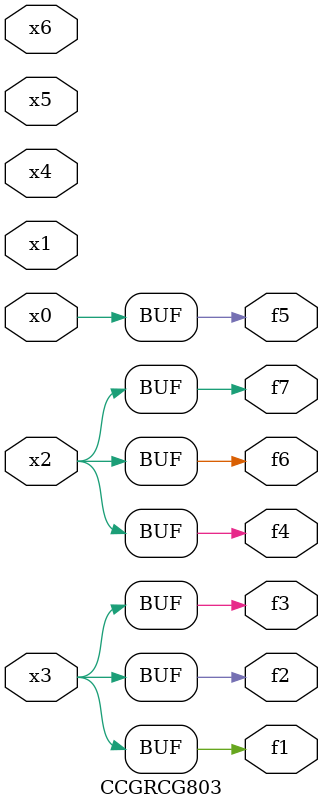
<source format=v>
module CCGRCG803(
	input x0, x1, x2, x3, x4, x5, x6,
	output f1, f2, f3, f4, f5, f6, f7
);
	assign f1 = x3;
	assign f2 = x3;
	assign f3 = x3;
	assign f4 = x2;
	assign f5 = x0;
	assign f6 = x2;
	assign f7 = x2;
endmodule

</source>
